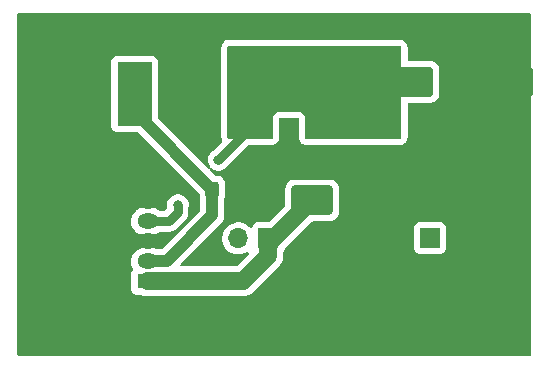
<source format=gbr>
%TF.GenerationSoftware,KiCad,Pcbnew,(6.0.9)*%
%TF.CreationDate,2022-12-23T10:42:16+01:00*%
%TF.ProjectId,buck,6275636b-2e6b-4696-9361-645f70636258,rev?*%
%TF.SameCoordinates,Original*%
%TF.FileFunction,Copper,L1,Top*%
%TF.FilePolarity,Positive*%
%FSLAX46Y46*%
G04 Gerber Fmt 4.6, Leading zero omitted, Abs format (unit mm)*
G04 Created by KiCad (PCBNEW (6.0.9)) date 2022-12-23 10:42:16*
%MOMM*%
%LPD*%
G01*
G04 APERTURE LIST*
G04 Aperture macros list*
%AMRoundRect*
0 Rectangle with rounded corners*
0 $1 Rounding radius*
0 $2 $3 $4 $5 $6 $7 $8 $9 X,Y pos of 4 corners*
0 Add a 4 corners polygon primitive as box body*
4,1,4,$2,$3,$4,$5,$6,$7,$8,$9,$2,$3,0*
0 Add four circle primitives for the rounded corners*
1,1,$1+$1,$2,$3*
1,1,$1+$1,$4,$5*
1,1,$1+$1,$6,$7*
1,1,$1+$1,$8,$9*
0 Add four rect primitives between the rounded corners*
20,1,$1+$1,$2,$3,$4,$5,0*
20,1,$1+$1,$4,$5,$6,$7,0*
20,1,$1+$1,$6,$7,$8,$9,0*
20,1,$1+$1,$8,$9,$2,$3,0*%
G04 Aperture macros list end*
%TA.AperFunction,SMDPad,CuDef*%
%ADD10RoundRect,0.250000X-1.500000X-1.000000X1.500000X-1.000000X1.500000X1.000000X-1.500000X1.000000X0*%
%TD*%
%TA.AperFunction,SMDPad,CuDef*%
%ADD11RoundRect,0.250000X-1.950000X-1.000000X1.950000X-1.000000X1.950000X1.000000X-1.950000X1.000000X0*%
%TD*%
%TA.AperFunction,SMDPad,CuDef*%
%ADD12R,2.900000X5.400000*%
%TD*%
%TA.AperFunction,ComponentPad*%
%ADD13C,5.400000*%
%TD*%
%TA.AperFunction,SMDPad,CuDef*%
%ADD14RoundRect,0.250000X0.325000X0.450000X-0.325000X0.450000X-0.325000X-0.450000X0.325000X-0.450000X0*%
%TD*%
%TA.AperFunction,ComponentPad*%
%ADD15R,1.800000X1.275000*%
%TD*%
%TA.AperFunction,ComponentPad*%
%ADD16O,1.800000X1.275000*%
%TD*%
%TA.AperFunction,ComponentPad*%
%ADD17R,1.700000X1.700000*%
%TD*%
%TA.AperFunction,ComponentPad*%
%ADD18O,1.700000X1.700000*%
%TD*%
%TA.AperFunction,ViaPad*%
%ADD19C,0.800000*%
%TD*%
%TA.AperFunction,Conductor*%
%ADD20C,1.500000*%
%TD*%
%TA.AperFunction,Conductor*%
%ADD21C,1.000000*%
%TD*%
%TA.AperFunction,Conductor*%
%ADD22C,0.750000*%
%TD*%
G04 APERTURE END LIST*
D10*
%TO.P,C1,1*%
%TO.N,Net-(C1-Pad1)*%
X134164000Y-98044000D03*
%TO.P,C1,2*%
%TO.N,GND*%
X140664000Y-98044000D03*
%TD*%
D11*
%TO.P,C2,1*%
%TO.N,+5V*%
X142231000Y-88011000D03*
%TO.P,C2,2*%
%TO.N,GND*%
X150631000Y-88011000D03*
%TD*%
D12*
%TO.P,L1,1,1*%
%TO.N,Net-(D1-Pad2)*%
X119129000Y-89027000D03*
%TO.P,L1,2,2*%
%TO.N,+5V*%
X129029000Y-89027000D03*
%TD*%
D13*
%TO.P,H2,1,1*%
%TO.N,GND*%
X113538000Y-85979000D03*
%TD*%
%TO.P,H1,1,1*%
%TO.N,GND*%
X149225000Y-105029000D03*
%TD*%
D14*
%TO.P,D1,1,A*%
%TO.N,GND*%
X127771000Y-97155000D03*
%TO.P,D1,2,K*%
%TO.N,Net-(D1-Pad2)*%
X125721000Y-97155000D03*
%TD*%
D15*
%TO.P,U1,1,VIN*%
%TO.N,Net-(C1-Pad1)*%
X120245000Y-104900000D03*
D16*
%TO.P,U1,2,OUT*%
%TO.N,Net-(D1-Pad2)*%
X120245000Y-103200000D03*
%TO.P,U1,3,GND*%
%TO.N,GND*%
X120245000Y-101500000D03*
%TO.P,U1,4,FB*%
%TO.N,+5V*%
X120245000Y-99800000D03*
%TO.P,U1,5,~{ON}/OFF*%
%TO.N,GND*%
X120245000Y-98100000D03*
%TD*%
D17*
%TO.P,J1,1,Pin_1*%
%TO.N,Net-(C1-Pad1)*%
X130459000Y-101264000D03*
D18*
%TO.P,J1,2,Pin_2*%
%TO.N,Net-(J1-Pad2)*%
X127919000Y-101264000D03*
%TD*%
D17*
%TO.P,J3,1,Pin_1*%
%TO.N,Net-(J3-Pad1)*%
X144145000Y-101219000D03*
%TD*%
%TO.P,J2,1,Pin_1*%
%TO.N,GND*%
X132207000Y-91948000D03*
D18*
%TO.P,J2,2,Pin_2*%
%TO.N,+5V*%
X134747000Y-91948000D03*
%TD*%
D19*
%TO.N,+5V*%
X122809000Y-98425000D03*
X126238000Y-94615000D03*
%TD*%
D20*
%TO.N,Net-(C1-Pad1)*%
X120245000Y-104900000D02*
X128272000Y-104900000D01*
X128272000Y-104900000D02*
X130459000Y-102713000D01*
X130459000Y-101264000D02*
X130944000Y-101264000D01*
X130944000Y-101264000D02*
X134164000Y-98044000D01*
X130459000Y-102713000D02*
X130459000Y-101264000D01*
D21*
%TO.N,Net-(D1-Pad2)*%
X121844000Y-103200000D02*
X125721000Y-99323000D01*
X125721000Y-99323000D02*
X125721000Y-97155000D01*
X120245000Y-103200000D02*
X121844000Y-103200000D01*
X119129000Y-90563000D02*
X119129000Y-89027000D01*
X125721000Y-97155000D02*
X119129000Y-90563000D01*
D22*
%TO.N,+5V*%
X129029000Y-91824000D02*
X129029000Y-89027000D01*
X126238000Y-94615000D02*
X129029000Y-91824000D01*
X122069000Y-99800000D02*
X120245000Y-99800000D01*
X122809000Y-98425000D02*
X122809000Y-99060000D01*
X122809000Y-99060000D02*
X122069000Y-99800000D01*
%TD*%
%TA.AperFunction,Conductor*%
%TO.N,+5V*%
G36*
X141674121Y-84983002D02*
G01*
X141720614Y-85036658D01*
X141732000Y-85089000D01*
X141732000Y-92711000D01*
X141711998Y-92779121D01*
X141658342Y-92825614D01*
X141606000Y-92837000D01*
X133691500Y-92837000D01*
X133623379Y-92816998D01*
X133576886Y-92763342D01*
X133565500Y-92711000D01*
X133565500Y-91049866D01*
X133558745Y-90987684D01*
X133507615Y-90851295D01*
X133420261Y-90734739D01*
X133303705Y-90647385D01*
X133167316Y-90596255D01*
X133105134Y-90589500D01*
X131308866Y-90589500D01*
X131246684Y-90596255D01*
X131110295Y-90647385D01*
X130993739Y-90734739D01*
X130906385Y-90851295D01*
X130855255Y-90987684D01*
X130848500Y-91049866D01*
X130848500Y-92711000D01*
X130828498Y-92779121D01*
X130774842Y-92825614D01*
X130722500Y-92837000D01*
X127126000Y-92837000D01*
X127057879Y-92816998D01*
X127011386Y-92763342D01*
X127000000Y-92711000D01*
X127000000Y-85089000D01*
X127020002Y-85020879D01*
X127073658Y-84974386D01*
X127126000Y-84963000D01*
X141606000Y-84963000D01*
X141674121Y-84983002D01*
G37*
%TD.AperFunction*%
%TD*%
%TA.AperFunction,Conductor*%
%TO.N,GND*%
G36*
X152623621Y-82189502D02*
G01*
X152670114Y-82243158D01*
X152681500Y-82295500D01*
X152681500Y-111074500D01*
X152661498Y-111142621D01*
X152607842Y-111189114D01*
X152555500Y-111200500D01*
X109346500Y-111200500D01*
X109278379Y-111180498D01*
X109231886Y-111126842D01*
X109220500Y-111074500D01*
X109220500Y-99890299D01*
X118835138Y-99890299D01*
X118836117Y-99895996D01*
X118836117Y-99895997D01*
X118845018Y-99947795D01*
X118870806Y-100097877D01*
X118943706Y-100295480D01*
X118946658Y-100300441D01*
X118946658Y-100300442D01*
X119047516Y-100469969D01*
X119051394Y-100476488D01*
X119190266Y-100634841D01*
X119194801Y-100638416D01*
X119194802Y-100638417D01*
X119255311Y-100686118D01*
X119355669Y-100765234D01*
X119360785Y-100767925D01*
X119360787Y-100767927D01*
X119536949Y-100860610D01*
X119542066Y-100863302D01*
X119547586Y-100865016D01*
X119737691Y-100924046D01*
X119737694Y-100924047D01*
X119743212Y-100925760D01*
X119748949Y-100926439D01*
X119910531Y-100945564D01*
X119910538Y-100945564D01*
X119914218Y-100946000D01*
X120560935Y-100946000D01*
X120645713Y-100938210D01*
X120711483Y-100932167D01*
X120711486Y-100932166D01*
X120717237Y-100931638D01*
X120722797Y-100930070D01*
X120914390Y-100876035D01*
X120914392Y-100876034D01*
X120919949Y-100874467D01*
X120925125Y-100871915D01*
X120925129Y-100871913D01*
X121103668Y-100783867D01*
X121108849Y-100781312D01*
X121206299Y-100708542D01*
X121272850Y-100683810D01*
X121281689Y-100683500D01*
X121989543Y-100683500D01*
X122009255Y-100685051D01*
X122022507Y-100687150D01*
X122029094Y-100686805D01*
X122029098Y-100686805D01*
X122088850Y-100683673D01*
X122095445Y-100683500D01*
X122115306Y-100683500D01*
X122135069Y-100681423D01*
X122141628Y-100680907D01*
X122157427Y-100680079D01*
X122201377Y-100677776D01*
X122201381Y-100677775D01*
X122207971Y-100677430D01*
X122220929Y-100673958D01*
X122240372Y-100670355D01*
X122240795Y-100670311D01*
X122253702Y-100668954D01*
X122316894Y-100648422D01*
X122323196Y-100646556D01*
X122380985Y-100631071D01*
X122387363Y-100629362D01*
X122393242Y-100626366D01*
X122393251Y-100626363D01*
X122399317Y-100623272D01*
X122417579Y-100615708D01*
X122424043Y-100613608D01*
X122424051Y-100613605D01*
X122430331Y-100611564D01*
X122436050Y-100608262D01*
X122436055Y-100608260D01*
X122487867Y-100578346D01*
X122493637Y-100575213D01*
X122552839Y-100545047D01*
X122563259Y-100536609D01*
X122579552Y-100525411D01*
X122579903Y-100525209D01*
X122591169Y-100518704D01*
X122596075Y-100514287D01*
X122596080Y-100514283D01*
X122640538Y-100474253D01*
X122645554Y-100469969D01*
X122658409Y-100459559D01*
X122658412Y-100459556D01*
X122660986Y-100457472D01*
X122675031Y-100443427D01*
X122679816Y-100438886D01*
X122724274Y-100398856D01*
X122724275Y-100398855D01*
X122729185Y-100394434D01*
X122737075Y-100383574D01*
X122749912Y-100368546D01*
X123377546Y-99740912D01*
X123392574Y-99728075D01*
X123403434Y-99720185D01*
X123410491Y-99712348D01*
X123447886Y-99670816D01*
X123452427Y-99666031D01*
X123466472Y-99651986D01*
X123468559Y-99649409D01*
X123478969Y-99636554D01*
X123483253Y-99631538D01*
X123523283Y-99587080D01*
X123523287Y-99587075D01*
X123527704Y-99582169D01*
X123534411Y-99570552D01*
X123545609Y-99554259D01*
X123549891Y-99548971D01*
X123554047Y-99543839D01*
X123584213Y-99484637D01*
X123587346Y-99478867D01*
X123617260Y-99427055D01*
X123617262Y-99427050D01*
X123620564Y-99421331D01*
X123622605Y-99415051D01*
X123622608Y-99415043D01*
X123624708Y-99408579D01*
X123632272Y-99390317D01*
X123635363Y-99384251D01*
X123635366Y-99384242D01*
X123638362Y-99378363D01*
X123655556Y-99314196D01*
X123657422Y-99307894D01*
X123677954Y-99244702D01*
X123679355Y-99231372D01*
X123682958Y-99211929D01*
X123686430Y-99198971D01*
X123686795Y-99192022D01*
X123689907Y-99132633D01*
X123690424Y-99126059D01*
X123692156Y-99109577D01*
X123692500Y-99106306D01*
X123692500Y-99086445D01*
X123692673Y-99079850D01*
X123695805Y-99020098D01*
X123695805Y-99020094D01*
X123696150Y-99013507D01*
X123694051Y-99000253D01*
X123692500Y-98980544D01*
X123692500Y-98665790D01*
X123698667Y-98626854D01*
X123700502Y-98621206D01*
X123702542Y-98614928D01*
X123708356Y-98559617D01*
X123721814Y-98431565D01*
X123722504Y-98425000D01*
X123702542Y-98235072D01*
X123643527Y-98053444D01*
X123548040Y-97888056D01*
X123420253Y-97746134D01*
X123265752Y-97633882D01*
X123259724Y-97631198D01*
X123259722Y-97631197D01*
X123097319Y-97558891D01*
X123097318Y-97558891D01*
X123091288Y-97556206D01*
X122997888Y-97536353D01*
X122910944Y-97517872D01*
X122910939Y-97517872D01*
X122904487Y-97516500D01*
X122713513Y-97516500D01*
X122707061Y-97517872D01*
X122707056Y-97517872D01*
X122620112Y-97536353D01*
X122526712Y-97556206D01*
X122520682Y-97558891D01*
X122520681Y-97558891D01*
X122358278Y-97631197D01*
X122358276Y-97631198D01*
X122352248Y-97633882D01*
X122197747Y-97746134D01*
X122069960Y-97888056D01*
X121974473Y-98053444D01*
X121915458Y-98235072D01*
X121895496Y-98425000D01*
X121896186Y-98431565D01*
X121909645Y-98559617D01*
X121915458Y-98614928D01*
X121917439Y-98621026D01*
X121912045Y-98691743D01*
X121883294Y-98736248D01*
X121739947Y-98879595D01*
X121677635Y-98913621D01*
X121650852Y-98916500D01*
X121281703Y-98916500D01*
X121213582Y-98896498D01*
X121203697Y-98889450D01*
X121191196Y-98879595D01*
X121134331Y-98834766D01*
X121129215Y-98832075D01*
X121129213Y-98832073D01*
X120953051Y-98739390D01*
X120953049Y-98739389D01*
X120947934Y-98736698D01*
X120911977Y-98725533D01*
X120752309Y-98675954D01*
X120752306Y-98675953D01*
X120746788Y-98674240D01*
X120732274Y-98672522D01*
X120579469Y-98654436D01*
X120579462Y-98654436D01*
X120575782Y-98654000D01*
X119929065Y-98654000D01*
X119844287Y-98661790D01*
X119778517Y-98667833D01*
X119778514Y-98667834D01*
X119772763Y-98668362D01*
X119767204Y-98669930D01*
X119767203Y-98669930D01*
X119575610Y-98723965D01*
X119575608Y-98723966D01*
X119570051Y-98725533D01*
X119564875Y-98728085D01*
X119564871Y-98728087D01*
X119386332Y-98816133D01*
X119381151Y-98818688D01*
X119376525Y-98822142D01*
X119376524Y-98822143D01*
X119286389Y-98889450D01*
X119212391Y-98944707D01*
X119148793Y-99013507D01*
X119081370Y-99086445D01*
X119069422Y-99099370D01*
X119066340Y-99104255D01*
X118960113Y-99272614D01*
X118960111Y-99272619D01*
X118957032Y-99277498D01*
X118878985Y-99473124D01*
X118877859Y-99478784D01*
X118877858Y-99478788D01*
X118839022Y-99674030D01*
X118837895Y-99679697D01*
X118837819Y-99685472D01*
X118837819Y-99685476D01*
X118836460Y-99789345D01*
X118835138Y-99890299D01*
X109220500Y-99890299D01*
X109220500Y-91775134D01*
X117170500Y-91775134D01*
X117177255Y-91837316D01*
X117228385Y-91973705D01*
X117315739Y-92090261D01*
X117432295Y-92177615D01*
X117568684Y-92228745D01*
X117630866Y-92235500D01*
X119323075Y-92235500D01*
X119391196Y-92255502D01*
X119412170Y-92272405D01*
X124600595Y-97460829D01*
X124634621Y-97523141D01*
X124637500Y-97549924D01*
X124637500Y-97655400D01*
X124637837Y-97658646D01*
X124637837Y-97658650D01*
X124647424Y-97751045D01*
X124648474Y-97761166D01*
X124650655Y-97767702D01*
X124650655Y-97767704D01*
X124704450Y-97928946D01*
X124702984Y-97929435D01*
X124712500Y-97972182D01*
X124712500Y-98853075D01*
X124692498Y-98921196D01*
X124675595Y-98942170D01*
X121463171Y-102154595D01*
X121400859Y-102188621D01*
X121374076Y-102191500D01*
X121083220Y-102191500D01*
X121024553Y-102177009D01*
X120960038Y-102143066D01*
X120947934Y-102136698D01*
X120942420Y-102134986D01*
X120942418Y-102134985D01*
X120752309Y-102075954D01*
X120752306Y-102075953D01*
X120746788Y-102074240D01*
X120732274Y-102072522D01*
X120579469Y-102054436D01*
X120579462Y-102054436D01*
X120575782Y-102054000D01*
X119929065Y-102054000D01*
X119844287Y-102061790D01*
X119778517Y-102067833D01*
X119778514Y-102067834D01*
X119772763Y-102068362D01*
X119767204Y-102069930D01*
X119767203Y-102069930D01*
X119575610Y-102123965D01*
X119575608Y-102123966D01*
X119570051Y-102125533D01*
X119564875Y-102128085D01*
X119564871Y-102128087D01*
X119386332Y-102216133D01*
X119381151Y-102218688D01*
X119212391Y-102344707D01*
X119138094Y-102425081D01*
X119077408Y-102490731D01*
X119069422Y-102499370D01*
X119054660Y-102522767D01*
X118960113Y-102672614D01*
X118960111Y-102672619D01*
X118957032Y-102677498D01*
X118878985Y-102873124D01*
X118877859Y-102878784D01*
X118877858Y-102878788D01*
X118841683Y-103060651D01*
X118837895Y-103079697D01*
X118835138Y-103290299D01*
X118836117Y-103295996D01*
X118836117Y-103295997D01*
X118867213Y-103476964D01*
X118870806Y-103497877D01*
X118943706Y-103695480D01*
X118946658Y-103700441D01*
X118946658Y-103700442D01*
X118984988Y-103764869D01*
X119002628Y-103833640D01*
X118977529Y-103904856D01*
X118894385Y-104015795D01*
X118843255Y-104152184D01*
X118836500Y-104214366D01*
X118836500Y-105585634D01*
X118843255Y-105647816D01*
X118894385Y-105784205D01*
X118981739Y-105900761D01*
X119098295Y-105988115D01*
X119234684Y-106039245D01*
X119296866Y-106046000D01*
X119697057Y-106046000D01*
X119744053Y-106055093D01*
X119879783Y-106109656D01*
X119885275Y-106110793D01*
X119885277Y-106110794D01*
X120026489Y-106140038D01*
X120099767Y-106155213D01*
X120104378Y-106155479D01*
X120104379Y-106155479D01*
X120154952Y-106158395D01*
X120154956Y-106158395D01*
X120156775Y-106158500D01*
X128180604Y-106158500D01*
X128197051Y-106159578D01*
X128213516Y-106161746D01*
X128213520Y-106161746D01*
X128219086Y-106162479D01*
X128300489Y-106158640D01*
X128306424Y-106158500D01*
X128328999Y-106158500D01*
X128354989Y-106156181D01*
X128360248Y-106155822D01*
X128443488Y-106151896D01*
X128448947Y-106150646D01*
X128448952Y-106150645D01*
X128460970Y-106147892D01*
X128477899Y-106145211D01*
X128495762Y-106143617D01*
X128501178Y-106142135D01*
X128501180Y-106142135D01*
X128576133Y-106121630D01*
X128581251Y-106120344D01*
X128657000Y-106102995D01*
X128657002Y-106102994D01*
X128662470Y-106101742D01*
X128672970Y-106097263D01*
X128678967Y-106094706D01*
X128695142Y-106089073D01*
X128707039Y-106085818D01*
X128707043Y-106085817D01*
X128712451Y-106084337D01*
X128745192Y-106068720D01*
X128787667Y-106048461D01*
X128792476Y-106046290D01*
X128863949Y-106015804D01*
X128863950Y-106015804D01*
X128869109Y-106013603D01*
X128884110Y-106003749D01*
X128899025Y-105995346D01*
X128915218Y-105987622D01*
X128919769Y-105984352D01*
X128919772Y-105984350D01*
X128982881Y-105939001D01*
X128987232Y-105936011D01*
X129053010Y-105892804D01*
X129053018Y-105892798D01*
X129056874Y-105890265D01*
X129077662Y-105871743D01*
X129087939Y-105863510D01*
X129097654Y-105856529D01*
X129172062Y-105779746D01*
X129173451Y-105778336D01*
X131284263Y-103667525D01*
X131296654Y-103656657D01*
X131309848Y-103646533D01*
X131314292Y-103643123D01*
X131369158Y-103582826D01*
X131373257Y-103578531D01*
X131389198Y-103562590D01*
X131390995Y-103560441D01*
X131405932Y-103542577D01*
X131409400Y-103538602D01*
X131461712Y-103481112D01*
X131461719Y-103481103D01*
X131465485Y-103476964D01*
X131475014Y-103461773D01*
X131485089Y-103447907D01*
X131492996Y-103438451D01*
X131493003Y-103438441D01*
X131496594Y-103434146D01*
X131537887Y-103361752D01*
X131540592Y-103357232D01*
X131581886Y-103291404D01*
X131581888Y-103291401D01*
X131584864Y-103286656D01*
X131591552Y-103270021D01*
X131599012Y-103254589D01*
X131605120Y-103243881D01*
X131605124Y-103243872D01*
X131607899Y-103239007D01*
X131609768Y-103233730D01*
X131609770Y-103233725D01*
X131635715Y-103160458D01*
X131637580Y-103155522D01*
X131666566Y-103083416D01*
X131668656Y-103078217D01*
X131672294Y-103060650D01*
X131676899Y-103044156D01*
X131682889Y-103027241D01*
X131696359Y-102944990D01*
X131697319Y-102939811D01*
X131713276Y-102862758D01*
X131713276Y-102862757D01*
X131714213Y-102858233D01*
X131715815Y-102830452D01*
X131717262Y-102817347D01*
X131718286Y-102811090D01*
X131718286Y-102811086D01*
X131719194Y-102805543D01*
X131717516Y-102698736D01*
X131717500Y-102696757D01*
X131717500Y-102458874D01*
X131737502Y-102390753D01*
X131742661Y-102383327D01*
X131759615Y-102360705D01*
X131810745Y-102224316D01*
X131811714Y-102215394D01*
X131812036Y-102214620D01*
X131813425Y-102208777D01*
X131814370Y-102209002D01*
X131838953Y-102149834D01*
X131847882Y-102139905D01*
X131870653Y-102117134D01*
X142786500Y-102117134D01*
X142793255Y-102179316D01*
X142844385Y-102315705D01*
X142931739Y-102432261D01*
X143048295Y-102519615D01*
X143184684Y-102570745D01*
X143246866Y-102577500D01*
X145043134Y-102577500D01*
X145105316Y-102570745D01*
X145241705Y-102519615D01*
X145358261Y-102432261D01*
X145445615Y-102315705D01*
X145496745Y-102179316D01*
X145503500Y-102117134D01*
X145503500Y-100320866D01*
X145496745Y-100258684D01*
X145445615Y-100122295D01*
X145358261Y-100005739D01*
X145241705Y-99918385D01*
X145105316Y-99867255D01*
X145043134Y-99860500D01*
X143246866Y-99860500D01*
X143184684Y-99867255D01*
X143048295Y-99918385D01*
X142931739Y-100005739D01*
X142844385Y-100122295D01*
X142793255Y-100258684D01*
X142786500Y-100320866D01*
X142786500Y-102117134D01*
X131870653Y-102117134D01*
X134148382Y-99839405D01*
X134210694Y-99805379D01*
X134237477Y-99802500D01*
X135714400Y-99802500D01*
X135717646Y-99802163D01*
X135717650Y-99802163D01*
X135813308Y-99792238D01*
X135813312Y-99792237D01*
X135820166Y-99791526D01*
X135826702Y-99789345D01*
X135826704Y-99789345D01*
X135980998Y-99737868D01*
X135987946Y-99735550D01*
X136138348Y-99642478D01*
X136263305Y-99517303D01*
X136285240Y-99481718D01*
X136352275Y-99372968D01*
X136352276Y-99372966D01*
X136356115Y-99366738D01*
X136401014Y-99231372D01*
X136409632Y-99205389D01*
X136409632Y-99205387D01*
X136411797Y-99198861D01*
X136422500Y-99094400D01*
X136422500Y-96993600D01*
X136411526Y-96887834D01*
X136355550Y-96720054D01*
X136262478Y-96569652D01*
X136137303Y-96444695D01*
X136131072Y-96440854D01*
X135992968Y-96355725D01*
X135992966Y-96355724D01*
X135986738Y-96351885D01*
X135826254Y-96298655D01*
X135825389Y-96298368D01*
X135825387Y-96298368D01*
X135818861Y-96296203D01*
X135812025Y-96295503D01*
X135812022Y-96295502D01*
X135768969Y-96291091D01*
X135714400Y-96285500D01*
X132613600Y-96285500D01*
X132610354Y-96285837D01*
X132610350Y-96285837D01*
X132514692Y-96295762D01*
X132514688Y-96295763D01*
X132507834Y-96296474D01*
X132501298Y-96298655D01*
X132501296Y-96298655D01*
X132369194Y-96342728D01*
X132340054Y-96352450D01*
X132189652Y-96445522D01*
X132064695Y-96570697D01*
X132060855Y-96576927D01*
X132060854Y-96576928D01*
X132014980Y-96651350D01*
X131971885Y-96721262D01*
X131916203Y-96889139D01*
X131905500Y-96993600D01*
X131905500Y-98470522D01*
X131885498Y-98538643D01*
X131868595Y-98559617D01*
X130559617Y-99868595D01*
X130497305Y-99902621D01*
X130470522Y-99905500D01*
X129560866Y-99905500D01*
X129498684Y-99912255D01*
X129362295Y-99963385D01*
X129245739Y-100050739D01*
X129158385Y-100167295D01*
X129155233Y-100175703D01*
X129113919Y-100285907D01*
X129071277Y-100342671D01*
X129004716Y-100367371D01*
X128935367Y-100352163D01*
X128902743Y-100326476D01*
X128852151Y-100270875D01*
X128852142Y-100270866D01*
X128848670Y-100267051D01*
X128844619Y-100263852D01*
X128844615Y-100263848D01*
X128677414Y-100131800D01*
X128677410Y-100131798D01*
X128673359Y-100128598D01*
X128477789Y-100020638D01*
X128472920Y-100018914D01*
X128472916Y-100018912D01*
X128272087Y-99947795D01*
X128272083Y-99947794D01*
X128267212Y-99946069D01*
X128262119Y-99945162D01*
X128262116Y-99945161D01*
X128052373Y-99907800D01*
X128052367Y-99907799D01*
X128047284Y-99906894D01*
X127973452Y-99905992D01*
X127829081Y-99904228D01*
X127829079Y-99904228D01*
X127823911Y-99904165D01*
X127603091Y-99937955D01*
X127390756Y-100007357D01*
X127192607Y-100110507D01*
X127188474Y-100113610D01*
X127188471Y-100113612D01*
X127018100Y-100241530D01*
X127013965Y-100244635D01*
X126974525Y-100285907D01*
X126870814Y-100394434D01*
X126859629Y-100406138D01*
X126856715Y-100410410D01*
X126856714Y-100410411D01*
X126813164Y-100474253D01*
X126733743Y-100590680D01*
X126698356Y-100666915D01*
X126646859Y-100777857D01*
X126639688Y-100793305D01*
X126579989Y-101008570D01*
X126556251Y-101230695D01*
X126569110Y-101453715D01*
X126570247Y-101458761D01*
X126570248Y-101458767D01*
X126594304Y-101565508D01*
X126618222Y-101671639D01*
X126702266Y-101878616D01*
X126818987Y-102069088D01*
X126965250Y-102237938D01*
X127137126Y-102380632D01*
X127330000Y-102493338D01*
X127334825Y-102495180D01*
X127334826Y-102495181D01*
X127384708Y-102514229D01*
X127538692Y-102573030D01*
X127543760Y-102574061D01*
X127543763Y-102574062D01*
X127604643Y-102586448D01*
X127757597Y-102617567D01*
X127762772Y-102617757D01*
X127762774Y-102617757D01*
X127975673Y-102625564D01*
X127975677Y-102625564D01*
X127980837Y-102625753D01*
X127985957Y-102625097D01*
X127985959Y-102625097D01*
X128197288Y-102598025D01*
X128197289Y-102598025D01*
X128202416Y-102597368D01*
X128238814Y-102586448D01*
X128411429Y-102534661D01*
X128411434Y-102534659D01*
X128416384Y-102533174D01*
X128452508Y-102515477D01*
X128604349Y-102441091D01*
X128674323Y-102429084D01*
X128739680Y-102456814D01*
X128779670Y-102515477D01*
X128781596Y-102586448D01*
X128748878Y-102643335D01*
X127787615Y-103604597D01*
X127725305Y-103638621D01*
X127698522Y-103641500D01*
X123132925Y-103641500D01*
X123064804Y-103621498D01*
X123018311Y-103567842D01*
X123008207Y-103497568D01*
X123037701Y-103432988D01*
X123043830Y-103426405D01*
X126390379Y-100079855D01*
X126400522Y-100070753D01*
X126425218Y-100050897D01*
X126430025Y-100047032D01*
X126462292Y-100008578D01*
X126465472Y-100004931D01*
X126467115Y-100003119D01*
X126469309Y-100000925D01*
X126496642Y-99967651D01*
X126497348Y-99966800D01*
X126502859Y-99960233D01*
X126557154Y-99895526D01*
X126559722Y-99890856D01*
X126563103Y-99886739D01*
X126594140Y-99828855D01*
X126606977Y-99804914D01*
X126607606Y-99803755D01*
X126649462Y-99727619D01*
X126649465Y-99727611D01*
X126652433Y-99722213D01*
X126654045Y-99717131D01*
X126656562Y-99712437D01*
X126683762Y-99623469D01*
X126684108Y-99622358D01*
X126695300Y-99587080D01*
X126712235Y-99533694D01*
X126712829Y-99528398D01*
X126714387Y-99523302D01*
X126723790Y-99430743D01*
X126723911Y-99429607D01*
X126729500Y-99379773D01*
X126729500Y-99376246D01*
X126729555Y-99375261D01*
X126730002Y-99369581D01*
X126734374Y-99326538D01*
X126730059Y-99280891D01*
X126729500Y-99269033D01*
X126729500Y-97972140D01*
X126739260Y-97928118D01*
X126738115Y-97927738D01*
X126791632Y-97766389D01*
X126791632Y-97766387D01*
X126793797Y-97759861D01*
X126794701Y-97751045D01*
X126804172Y-97658598D01*
X126804500Y-97655400D01*
X126804500Y-96654600D01*
X126796441Y-96576928D01*
X126794238Y-96555692D01*
X126794237Y-96555688D01*
X126793526Y-96548834D01*
X126757773Y-96441668D01*
X126739868Y-96388002D01*
X126737550Y-96381054D01*
X126644478Y-96230652D01*
X126519303Y-96105695D01*
X126368738Y-96012885D01*
X126288995Y-95986436D01*
X126207389Y-95959368D01*
X126207387Y-95959368D01*
X126200861Y-95957203D01*
X126194025Y-95956503D01*
X126194022Y-95956502D01*
X126150969Y-95952091D01*
X126096400Y-95946500D01*
X125990924Y-95946500D01*
X125922803Y-95926498D01*
X125901829Y-95909595D01*
X125513106Y-95520872D01*
X125479080Y-95458560D01*
X125484145Y-95387745D01*
X125526692Y-95330909D01*
X125593212Y-95306098D01*
X125662586Y-95321189D01*
X125676262Y-95329841D01*
X125781248Y-95406118D01*
X125787276Y-95408802D01*
X125787278Y-95408803D01*
X125899035Y-95458560D01*
X125955712Y-95483794D01*
X126049112Y-95503647D01*
X126136056Y-95522128D01*
X126136061Y-95522128D01*
X126142513Y-95523500D01*
X126333487Y-95523500D01*
X126339939Y-95522128D01*
X126339944Y-95522128D01*
X126426888Y-95503647D01*
X126520288Y-95483794D01*
X126576965Y-95458560D01*
X126688722Y-95408803D01*
X126688724Y-95408802D01*
X126694752Y-95406118D01*
X126849253Y-95293866D01*
X126912063Y-95224108D01*
X126972621Y-95156852D01*
X126972622Y-95156851D01*
X126977040Y-95151944D01*
X127004982Y-95103547D01*
X127025006Y-95077452D01*
X128715053Y-93387405D01*
X128777365Y-93353379D01*
X128804148Y-93350500D01*
X130722500Y-93350500D01*
X130725846Y-93350140D01*
X130725851Y-93350140D01*
X130828285Y-93339128D01*
X130828292Y-93339127D01*
X130831649Y-93338766D01*
X130834950Y-93338048D01*
X130880710Y-93328094D01*
X130880715Y-93328093D01*
X130883991Y-93327380D01*
X130988157Y-93292710D01*
X131111112Y-93213692D01*
X131164768Y-93167199D01*
X131220388Y-93103010D01*
X131254581Y-93063550D01*
X131254583Y-93063547D01*
X131260482Y-93056739D01*
X131321198Y-92923790D01*
X131341200Y-92855669D01*
X131345833Y-92823450D01*
X131361361Y-92715447D01*
X131361361Y-92715442D01*
X131362000Y-92711000D01*
X131362000Y-91229000D01*
X131382002Y-91160879D01*
X131435658Y-91114386D01*
X131488000Y-91103000D01*
X132926000Y-91103000D01*
X132994121Y-91123002D01*
X133040614Y-91176658D01*
X133052000Y-91229000D01*
X133052000Y-92711000D01*
X133063734Y-92820149D01*
X133064452Y-92823449D01*
X133064452Y-92823450D01*
X133071461Y-92855669D01*
X133075120Y-92872491D01*
X133109790Y-92976657D01*
X133188808Y-93099612D01*
X133235301Y-93153268D01*
X133238694Y-93156208D01*
X133338950Y-93243081D01*
X133338953Y-93243083D01*
X133345761Y-93248982D01*
X133478710Y-93309698D01*
X133502464Y-93316673D01*
X133542508Y-93328431D01*
X133542512Y-93328432D01*
X133546831Y-93329700D01*
X133551280Y-93330340D01*
X133551286Y-93330341D01*
X133687053Y-93349861D01*
X133687058Y-93349861D01*
X133691500Y-93350500D01*
X141606000Y-93350500D01*
X141609346Y-93350140D01*
X141609351Y-93350140D01*
X141711785Y-93339128D01*
X141711792Y-93339127D01*
X141715149Y-93338766D01*
X141718450Y-93338048D01*
X141764210Y-93328094D01*
X141764215Y-93328093D01*
X141767491Y-93327380D01*
X141871657Y-93292710D01*
X141994612Y-93213692D01*
X142048268Y-93167199D01*
X142103888Y-93103010D01*
X142138081Y-93063550D01*
X142138083Y-93063547D01*
X142143982Y-93056739D01*
X142204698Y-92923790D01*
X142224700Y-92855669D01*
X142229333Y-92823450D01*
X142244861Y-92715447D01*
X142244861Y-92715442D01*
X142245500Y-92711000D01*
X142245500Y-89895500D01*
X142265502Y-89827379D01*
X142319158Y-89780886D01*
X142371500Y-89769500D01*
X144231400Y-89769500D01*
X144234646Y-89769163D01*
X144234650Y-89769163D01*
X144330308Y-89759238D01*
X144330312Y-89759237D01*
X144337166Y-89758526D01*
X144343702Y-89756345D01*
X144343704Y-89756345D01*
X144497998Y-89704868D01*
X144504946Y-89702550D01*
X144655348Y-89609478D01*
X144780305Y-89484303D01*
X144873115Y-89333738D01*
X144928797Y-89165861D01*
X144939500Y-89061400D01*
X144939500Y-86960600D01*
X144928526Y-86854834D01*
X144872550Y-86687054D01*
X144779478Y-86536652D01*
X144654303Y-86411695D01*
X144503738Y-86318885D01*
X144372842Y-86275469D01*
X144342389Y-86265368D01*
X144342387Y-86265368D01*
X144335861Y-86263203D01*
X144329025Y-86262503D01*
X144329022Y-86262502D01*
X144285969Y-86258091D01*
X144231400Y-86252500D01*
X142371500Y-86252500D01*
X142303379Y-86232498D01*
X142256886Y-86178842D01*
X142245500Y-86126500D01*
X142245500Y-85089000D01*
X142233766Y-84979851D01*
X142233048Y-84976550D01*
X142223094Y-84930790D01*
X142223093Y-84930785D01*
X142222380Y-84927509D01*
X142187710Y-84823343D01*
X142108692Y-84700388D01*
X142062199Y-84646732D01*
X142052933Y-84638703D01*
X141958550Y-84556919D01*
X141958547Y-84556917D01*
X141951739Y-84551018D01*
X141818790Y-84490302D01*
X141795036Y-84483327D01*
X141754992Y-84471569D01*
X141754988Y-84471568D01*
X141750669Y-84470300D01*
X141746220Y-84469660D01*
X141746214Y-84469659D01*
X141610447Y-84450139D01*
X141610442Y-84450139D01*
X141606000Y-84449500D01*
X127126000Y-84449500D01*
X127122654Y-84449860D01*
X127122649Y-84449860D01*
X127020215Y-84460872D01*
X127020208Y-84460873D01*
X127016851Y-84461234D01*
X127013551Y-84461952D01*
X127013550Y-84461952D01*
X126967790Y-84471906D01*
X126967785Y-84471907D01*
X126964509Y-84472620D01*
X126860343Y-84507290D01*
X126737388Y-84586308D01*
X126683732Y-84632801D01*
X126680792Y-84636194D01*
X126593919Y-84736450D01*
X126593917Y-84736453D01*
X126588018Y-84743261D01*
X126527302Y-84876210D01*
X126507300Y-84944331D01*
X126506660Y-84948780D01*
X126506659Y-84948786D01*
X126502193Y-84979851D01*
X126486500Y-85089000D01*
X126486500Y-92711000D01*
X126498234Y-92820149D01*
X126498952Y-92823449D01*
X126498952Y-92823450D01*
X126505961Y-92855669D01*
X126509620Y-92872491D01*
X126510682Y-92875681D01*
X126540336Y-92964777D01*
X126542870Y-93035728D01*
X126509879Y-93093663D01*
X125782455Y-93821087D01*
X125767422Y-93833927D01*
X125626747Y-93936134D01*
X125498960Y-94078056D01*
X125403473Y-94243444D01*
X125344458Y-94425072D01*
X125324496Y-94615000D01*
X125344458Y-94804928D01*
X125403473Y-94986556D01*
X125498960Y-95151944D01*
X125503379Y-95156852D01*
X125503661Y-95157240D01*
X125527520Y-95224108D01*
X125511441Y-95293259D01*
X125460527Y-95342740D01*
X125390945Y-95356840D01*
X125324785Y-95331082D01*
X125312631Y-95320397D01*
X121124405Y-91132171D01*
X121090379Y-91069859D01*
X121087500Y-91043076D01*
X121087500Y-86278866D01*
X121080745Y-86216684D01*
X121029615Y-86080295D01*
X120942261Y-85963739D01*
X120825705Y-85876385D01*
X120689316Y-85825255D01*
X120627134Y-85818500D01*
X117630866Y-85818500D01*
X117568684Y-85825255D01*
X117432295Y-85876385D01*
X117315739Y-85963739D01*
X117228385Y-86080295D01*
X117177255Y-86216684D01*
X117170500Y-86278866D01*
X117170500Y-91775134D01*
X109220500Y-91775134D01*
X109220500Y-82295500D01*
X109240502Y-82227379D01*
X109294158Y-82180886D01*
X109346500Y-82169500D01*
X152555500Y-82169500D01*
X152623621Y-82189502D01*
G37*
%TD.AperFunction*%
%TD*%
M02*

</source>
